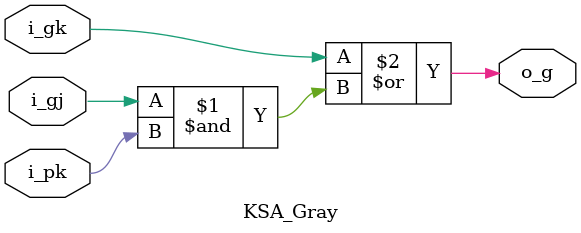
<source format=sv>
module KSA_Gray(
    input logic                 i_gj    ,
    input logic                 i_pk    ,
    input logic                 i_gk    ,
    output logic                o_g      
);

assign o_g = i_gk | (i_gj & i_pk);

endmodule

</source>
